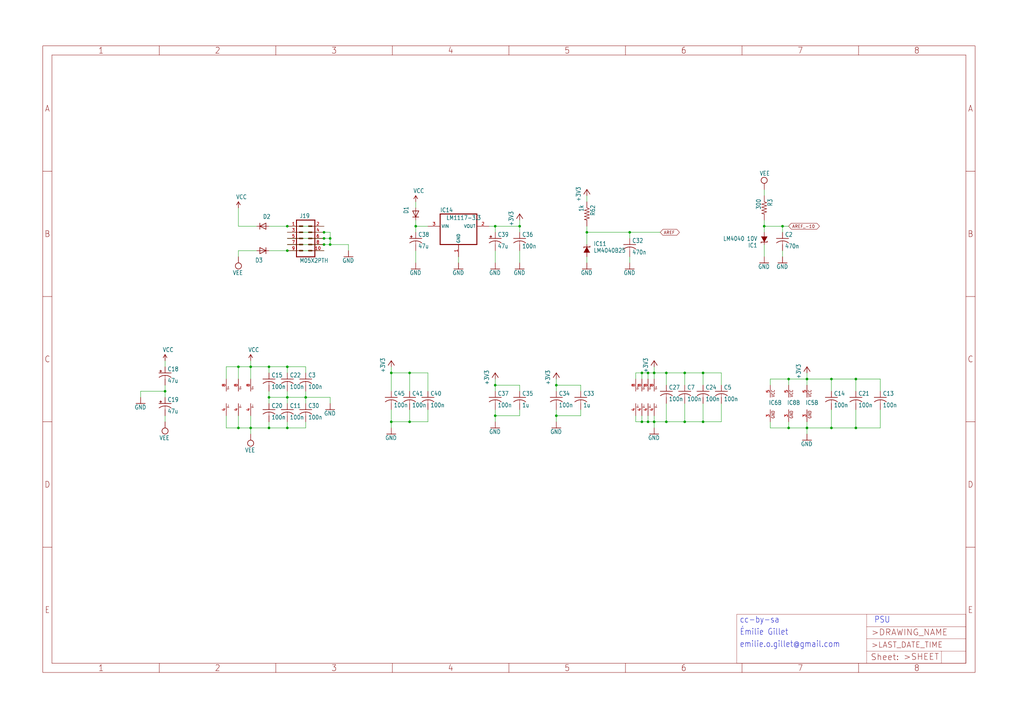
<source format=kicad_sch>
(kicad_sch (version 20230121) (generator eeschema)
  (paper "User" 425.45 299.161)
  (lib_symbols
    (symbol "edges_v20-eagle-import:+3V3" (power)
      (property "Value" "+3V3" (at -2.54 -5.08 90))
      (symbol "+3V3_1_0"
        (polyline (pts (xy 0 0) (xy -1.27 -1.905)) (stroke (width 0.254)))
        (polyline (pts (xy 1.27 -1.905) (xy 0 0)) (stroke (width 0.254)))
        (pin power_in line (at 0 -2.54 90) (length 2.54) (name "+3V3") (number "1"))
      )
    )
    (symbol "edges_v20-eagle-import:741G125DBV"
      (property "Reference" "IC" (at -0.635 -0.635 0))
      (symbol "741G125DBV_1_0"
        (polyline (pts (xy -5.08 -5.08) (xy -5.08 5.08)) (stroke (width 0.4064)))
        (polyline (pts (xy 0 4.826) (xy 0 5.588)) (stroke (width 0.1524)))
        (polyline (pts (xy 5.08 0) (xy -5.08 -5.08)) (stroke (width 0.4064)))
        (polyline (pts (xy 5.08 0) (xy -5.08 5.08)) (stroke (width 0.4064)))
        (circle (center 0 3.81) (radius 1.016) (stroke (width 0.1524)))
        (pin input line (at 0 10.16 270) (length 5.08) (name "OE") (number "1"))
        (pin input line (at -10.16 0 0) (length 5.08) (name "I") (number "2"))
        (pin tri_state line (at 10.16 0 180) (length 5.08) (name "O") (number "4"))
      )
      (symbol "741G125DBV_2_0"
        (text "GND" (at 1.905 -6.35 900) (effects (font (size 1.27 1.0795)) (justify left bottom)))
        (text "VCC" (at 1.905 2.54 900) (effects (font (size 1.27 1.0795)) (justify left bottom)))
        (pin power_in line (at 0 -7.62 90) (length 5.08) (name "GND") (number "3"))
        (pin power_in line (at 0 7.62 270) (length 5.08) (name "VCC") (number "5"))
      )
    )
    (symbol "edges_v20-eagle-import:741G86DBV"
      (property "Reference" "IC" (at -0.635 -0.635 0))
      (symbol "741G86DBV_1_0"
        (arc (start -7.62 -5.08) (mid -5.838 0) (end -7.62 5.08) (stroke (width 0.4064)))
        (arc (start -6.35 -5.08) (mid -4.568 0) (end -6.35 5.08) (stroke (width 0.4064)))
        (arc (start -1.2446 -5.0678) (mid 3.8372 -3.689) (end 7.5439 0.0507) (stroke (width 0.4064)))
        (polyline (pts (xy -7.62 -2.54) (xy -6.35 -2.54)) (stroke (width 0.1524)))
        (polyline (pts (xy -7.62 2.54) (xy -6.35 2.54)) (stroke (width 0.1524)))
        (polyline (pts (xy -1.27 -5.08) (xy -6.35 -5.08)) (stroke (width 0.4064)))
        (polyline (pts (xy -1.27 5.08) (xy -6.35 5.08)) (stroke (width 0.4064)))
        (arc (start 7.5442 -0.0505) (mid 3.8373 3.6892) (end -1.2446 5.0678) (stroke (width 0.4064)))
        (pin input line (at -12.7 2.54 0) (length 5.08) (name "I0") (number "1"))
        (pin input line (at -12.7 -2.54 0) (length 5.08) (name "I1") (number "2"))
        (pin output line (at 12.7 0 180) (length 5.08) (name "O") (number "4"))
      )
      (symbol "741G86DBV_2_0"
        (text "GND" (at 1.905 -6.35 900) (effects (font (size 1.27 1.0795)) (justify left bottom)))
        (text "VCC" (at 1.905 2.54 900) (effects (font (size 1.27 1.0795)) (justify left bottom)))
        (pin power_in line (at 0 -7.62 90) (length 5.08) (name "GND") (number "3"))
        (pin power_in line (at 0 7.62 270) (length 5.08) (name "VCC") (number "5"))
      )
    )
    (symbol "edges_v20-eagle-import:A3L-LOC"
      (symbol "A3L-LOC_0_0"
        (polyline (pts (xy 0 52.07) (xy 3.81 52.07)))
        (polyline (pts (xy 0 104.14) (xy 3.81 104.14)))
        (polyline (pts (xy 0 156.21) (xy 3.81 156.21)))
        (polyline (pts (xy 0 208.28) (xy 3.81 208.28)))
        (polyline (pts (xy 3.81 3.81) (xy 3.81 256.54)))
        (polyline (pts (xy 48.4188 0) (xy 48.4188 3.81)))
        (polyline (pts (xy 48.4188 256.54) (xy 48.4188 260.35)))
        (polyline (pts (xy 96.8375 0) (xy 96.8375 3.81)))
        (polyline (pts (xy 96.8375 256.54) (xy 96.8375 260.35)))
        (polyline (pts (xy 145.2563 0) (xy 145.2563 3.81)))
        (polyline (pts (xy 145.2563 256.54) (xy 145.2563 260.35)))
        (polyline (pts (xy 193.675 0) (xy 193.675 3.81)))
        (polyline (pts (xy 193.675 256.54) (xy 193.675 260.35)))
        (polyline (pts (xy 242.0938 0) (xy 242.0938 3.81)))
        (polyline (pts (xy 242.0938 256.54) (xy 242.0938 260.35)))
        (polyline (pts (xy 290.5125 0) (xy 290.5125 3.81)))
        (polyline (pts (xy 290.5125 256.54) (xy 290.5125 260.35)))
        (polyline (pts (xy 338.9313 0) (xy 338.9313 3.81)))
        (polyline (pts (xy 338.9313 256.54) (xy 338.9313 260.35)))
        (polyline (pts (xy 383.54 3.81) (xy 3.81 3.81)))
        (polyline (pts (xy 383.54 3.81) (xy 383.54 256.54)))
        (polyline (pts (xy 383.54 52.07) (xy 387.35 52.07)))
        (polyline (pts (xy 383.54 104.14) (xy 387.35 104.14)))
        (polyline (pts (xy 383.54 156.21) (xy 387.35 156.21)))
        (polyline (pts (xy 383.54 208.28) (xy 387.35 208.28)))
        (polyline (pts (xy 383.54 256.54) (xy 3.81 256.54)))
        (polyline (pts (xy 0 0) (xy 387.35 0) (xy 387.35 260.35) (xy 0 260.35) (xy 0 0)))
        (text "1" (at 24.2094 1.905 0) (effects (font (size 2.54 2.286))))
        (text "1" (at 24.2094 258.445 0) (effects (font (size 2.54 2.286))))
        (text "2" (at 72.6281 1.905 0) (effects (font (size 2.54 2.286))))
        (text "2" (at 72.6281 258.445 0) (effects (font (size 2.54 2.286))))
        (text "3" (at 121.0469 1.905 0) (effects (font (size 2.54 2.286))))
        (text "3" (at 121.0469 258.445 0) (effects (font (size 2.54 2.286))))
        (text "4" (at 169.4656 1.905 0) (effects (font (size 2.54 2.286))))
        (text "4" (at 169.4656 258.445 0) (effects (font (size 2.54 2.286))))
        (text "5" (at 217.8844 1.905 0) (effects (font (size 2.54 2.286))))
        (text "5" (at 217.8844 258.445 0) (effects (font (size 2.54 2.286))))
        (text "6" (at 266.3031 1.905 0) (effects (font (size 2.54 2.286))))
        (text "6" (at 266.3031 258.445 0) (effects (font (size 2.54 2.286))))
        (text "7" (at 314.7219 1.905 0) (effects (font (size 2.54 2.286))))
        (text "7" (at 314.7219 258.445 0) (effects (font (size 2.54 2.286))))
        (text "8" (at 363.1406 1.905 0) (effects (font (size 2.54 2.286))))
        (text "8" (at 363.1406 258.445 0) (effects (font (size 2.54 2.286))))
        (text "A" (at 1.905 234.315 0) (effects (font (size 2.54 2.286))))
        (text "A" (at 385.445 234.315 0) (effects (font (size 2.54 2.286))))
        (text "B" (at 1.905 182.245 0) (effects (font (size 2.54 2.286))))
        (text "B" (at 385.445 182.245 0) (effects (font (size 2.54 2.286))))
        (text "C" (at 1.905 130.175 0) (effects (font (size 2.54 2.286))))
        (text "C" (at 385.445 130.175 0) (effects (font (size 2.54 2.286))))
        (text "D" (at 1.905 78.105 0) (effects (font (size 2.54 2.286))))
        (text "D" (at 385.445 78.105 0) (effects (font (size 2.54 2.286))))
        (text "E" (at 1.905 26.035 0) (effects (font (size 2.54 2.286))))
        (text "E" (at 385.445 26.035 0) (effects (font (size 2.54 2.286))))
      )
      (symbol "A3L-LOC_1_0"
        (polyline (pts (xy 288.29 3.81) (xy 288.29 24.13)) (stroke (width 0.1016)))
        (polyline (pts (xy 288.29 3.81) (xy 342.265 3.81)) (stroke (width 0.1016)))
        (polyline (pts (xy 288.29 24.13) (xy 342.265 24.13)) (stroke (width 0.1016)))
        (polyline (pts (xy 342.265 3.81) (xy 373.38 3.81)) (stroke (width 0.1016)))
        (polyline (pts (xy 342.265 8.89) (xy 342.265 3.81)) (stroke (width 0.1016)))
        (polyline (pts (xy 342.265 8.89) (xy 342.265 13.97)) (stroke (width 0.1016)))
        (polyline (pts (xy 342.265 13.97) (xy 342.265 19.05)) (stroke (width 0.1016)))
        (polyline (pts (xy 342.265 13.97) (xy 383.54 13.97)) (stroke (width 0.1016)))
        (polyline (pts (xy 342.265 19.05) (xy 342.265 24.13)) (stroke (width 0.1016)))
        (polyline (pts (xy 342.265 19.05) (xy 383.54 19.05)) (stroke (width 0.1016)))
        (polyline (pts (xy 342.265 24.13) (xy 383.54 24.13)) (stroke (width 0.1016)))
        (polyline (pts (xy 373.38 3.81) (xy 373.38 8.89)) (stroke (width 0.1016)))
        (polyline (pts (xy 373.38 3.81) (xy 383.54 3.81)) (stroke (width 0.1016)))
        (polyline (pts (xy 373.38 8.89) (xy 342.265 8.89)) (stroke (width 0.1016)))
        (polyline (pts (xy 373.38 8.89) (xy 383.54 8.89)) (stroke (width 0.1016)))
        (polyline (pts (xy 383.54 3.81) (xy 383.54 8.89)) (stroke (width 0.1016)))
        (polyline (pts (xy 383.54 8.89) (xy 383.54 13.97)) (stroke (width 0.1016)))
        (polyline (pts (xy 383.54 13.97) (xy 383.54 19.05)) (stroke (width 0.1016)))
        (polyline (pts (xy 383.54 19.05) (xy 383.54 24.13)) (stroke (width 0.1016)))
        (text ">DRAWING_NAME" (at 344.17 15.24 0) (effects (font (size 2.54 2.54)) (justify left bottom)))
        (text ">LAST_DATE_TIME" (at 344.17 10.16 0) (effects (font (size 2.286 2.286)) (justify left bottom)))
        (text ">SHEET" (at 357.505 5.08 0) (effects (font (size 2.54 2.54)) (justify left bottom)))
        (text "Sheet:" (at 343.916 4.953 0) (effects (font (size 2.54 2.54)) (justify left bottom)))
      )
    )
    (symbol "edges_v20-eagle-import:C-USC0603"
      (property "Reference" "C" (at 1.016 0.635 0))
      (property "Value" "C-USC0603" (at 1.016 -4.191 0))
      (symbol "C-USC0603_1_0"
        (arc (start 0 -1.0161) (mid -1.302 -1.2303) (end -2.4668 -1.8504) (stroke (width 0.254)))
        (polyline (pts (xy -2.54 0) (xy 2.54 0)) (stroke (width 0.254)))
        (polyline (pts (xy 0 -1.016) (xy 0 -2.54)) (stroke (width 0.1524)))
        (arc (start 2.4892 -1.8542) (mid 1.3158 -1.2195) (end 0 -1) (stroke (width 0.254)))
        (pin passive line (at 0 2.54 270) (length 2.54) (name "1") (number "1"))
        (pin passive line (at 0 -5.08 90) (length 2.54) (name "2") (number "2"))
      )
    )
    (symbol "edges_v20-eagle-import:CPOL-USD"
      (property "Reference" "C" (at 1.016 0.635 0))
      (property "Value" "CPOL-USD" (at 1.016 -4.191 0))
      (symbol "CPOL-USD_1_0"
        (rectangle (start -2.253 0.668) (end -1.364 0.795) (fill (type outline)))
        (rectangle (start -1.872 0.287) (end -1.745 1.176) (fill (type outline)))
        (arc (start 0 -1.0161) (mid -1.3021 -1.2302) (end -2.4669 -1.8504) (stroke (width 0.254)))
        (polyline (pts (xy -2.54 0) (xy 2.54 0)) (stroke (width 0.254)))
        (polyline (pts (xy 0 -1.016) (xy 0 -2.54)) (stroke (width 0.1524)))
        (arc (start 2.4892 -1.8542) (mid 1.3158 -1.2195) (end 0 -1) (stroke (width 0.254)))
        (pin passive line (at 0 2.54 270) (length 2.54) (name "+") (number "+"))
        (pin passive line (at 0 -5.08 90) (length 2.54) (name "-") (number "-"))
      )
    )
    (symbol "edges_v20-eagle-import:DIODE-SOD123"
      (property "Reference" "D" (at 2.54 0.4826 0))
      (property "Value" "DIODE-SOD123" (at 2.54 -2.3114 0))
      (symbol "DIODE-SOD123_1_0"
        (polyline (pts (xy -1.27 -1.27) (xy 1.27 0)) (stroke (width 0.254)))
        (polyline (pts (xy -1.27 1.27) (xy -1.27 -1.27)) (stroke (width 0.254)))
        (polyline (pts (xy 1.27 0) (xy -1.27 1.27)) (stroke (width 0.254)))
        (polyline (pts (xy 1.27 0) (xy 1.27 -1.27)) (stroke (width 0.254)))
        (polyline (pts (xy 1.27 1.27) (xy 1.27 0)) (stroke (width 0.254)))
        (pin passive line (at -2.54 0 0) (length 2.54) (name "A") (number "A"))
        (pin passive line (at 2.54 0 180) (length 2.54) (name "C") (number "C"))
      )
    )
    (symbol "edges_v20-eagle-import:GND" (power)
      (property "Value" "GND" (at -2.54 -2.54 0))
      (symbol "GND_1_0"
        (polyline (pts (xy -1.905 0) (xy 1.905 0)) (stroke (width 0.254)))
        (pin power_in line (at 0 2.54 270) (length 2.54) (name "GND") (number "1"))
      )
    )
    (symbol "edges_v20-eagle-import:LM4041DBZ"
      (property "Reference" "IC" (at 2.794 1.905 0))
      (property "Value" "LM4041DBZ" (at 2.794 -0.889 0))
      (symbol "LM4041DBZ_1_0"
        (polyline (pts (xy -1.27 1.524) (xy -1.27 1.143)) (stroke (width 0.254)))
        (polyline (pts (xy 0 1.524) (xy -1.27 1.524)) (stroke (width 0.254)))
        (polyline (pts (xy 1.27 1.524) (xy 0 1.524)) (stroke (width 0.254)))
        (polyline (pts (xy 1.27 1.905) (xy 1.27 1.524)) (stroke (width 0.254)))
        (polyline (pts (xy 0 1.524) (xy -1.27 -0.762) (xy 1.27 -0.762)) (fill (type outline)))
        (pin passive line (at 0 2.54 270) (length 2.54) (name "C") (number "1"))
        (pin passive line (at 0 -2.54 90) (length 2.54) (name "A") (number "2"))
      )
    )
    (symbol "edges_v20-eagle-import:M05X2PTH"
      (property "Reference" "JP" (at -2.54 8.382 0))
      (property "Value" "M05X2PTH" (at -2.54 -10.16 0))
      (symbol "M05X2PTH_1_0"
        (polyline (pts (xy -3.81 7.62) (xy -3.81 -7.62)) (stroke (width 0.4064)))
        (polyline (pts (xy -3.81 7.62) (xy 3.81 7.62)) (stroke (width 0.4064)))
        (polyline (pts (xy -1.27 -5.08) (xy -2.54 -5.08)) (stroke (width 0.6096)))
        (polyline (pts (xy -1.27 -2.54) (xy -2.54 -2.54)) (stroke (width 0.6096)))
        (polyline (pts (xy -1.27 0) (xy -2.54 0)) (stroke (width 0.6096)))
        (polyline (pts (xy -1.27 2.54) (xy -2.54 2.54)) (stroke (width 0.6096)))
        (polyline (pts (xy -1.27 5.08) (xy -2.54 5.08)) (stroke (width 0.6096)))
        (polyline (pts (xy 1.27 -5.08) (xy 2.54 -5.08)) (stroke (width 0.6096)))
        (polyline (pts (xy 1.27 -2.54) (xy 2.54 -2.54)) (stroke (width 0.6096)))
        (polyline (pts (xy 1.27 0) (xy 2.54 0)) (stroke (width 0.6096)))
        (polyline (pts (xy 1.27 2.54) (xy 2.54 2.54)) (stroke (width 0.6096)))
        (polyline (pts (xy 1.27 5.08) (xy 2.54 5.08)) (stroke (width 0.6096)))
        (polyline (pts (xy 3.81 -7.62) (xy -3.81 -7.62)) (stroke (width 0.4064)))
        (polyline (pts (xy 3.81 -7.62) (xy 3.81 7.62)) (stroke (width 0.4064)))
        (pin passive line (at -7.62 5.08 0) (length 5.08) (name "1") (number "1"))
        (pin passive line (at 7.62 -5.08 180) (length 5.08) (name "10") (number "10"))
        (pin passive line (at 7.62 5.08 180) (length 5.08) (name "2") (number "2"))
        (pin passive line (at -7.62 2.54 0) (length 5.08) (name "3") (number "3"))
        (pin passive line (at 7.62 2.54 180) (length 5.08) (name "4") (number "4"))
        (pin passive line (at -7.62 0 0) (length 5.08) (name "5") (number "5"))
        (pin passive line (at 7.62 0 180) (length 5.08) (name "6") (number "6"))
        (pin passive line (at -7.62 -2.54 0) (length 5.08) (name "7") (number "7"))
        (pin passive line (at 7.62 -2.54 180) (length 5.08) (name "8") (number "8"))
        (pin passive line (at -7.62 -5.08 0) (length 5.08) (name "9") (number "9"))
      )
    )
    (symbol "edges_v20-eagle-import:R-US_R0603"
      (property "Reference" "R" (at -3.81 1.4986 0))
      (property "Value" "R-US_R0603" (at -3.81 -3.302 0))
      (symbol "R-US_R0603_1_0"
        (polyline (pts (xy -2.54 0) (xy -2.159 1.016)) (stroke (width 0.2032)))
        (polyline (pts (xy -2.159 1.016) (xy -1.524 -1.016)) (stroke (width 0.2032)))
        (polyline (pts (xy -1.524 -1.016) (xy -0.889 1.016)) (stroke (width 0.2032)))
        (polyline (pts (xy -0.889 1.016) (xy -0.254 -1.016)) (stroke (width 0.2032)))
        (polyline (pts (xy -0.254 -1.016) (xy 0.381 1.016)) (stroke (width 0.2032)))
        (polyline (pts (xy 0.381 1.016) (xy 1.016 -1.016)) (stroke (width 0.2032)))
        (polyline (pts (xy 1.016 -1.016) (xy 1.651 1.016)) (stroke (width 0.2032)))
        (polyline (pts (xy 1.651 1.016) (xy 2.286 -1.016)) (stroke (width 0.2032)))
        (polyline (pts (xy 2.286 -1.016) (xy 2.54 0)) (stroke (width 0.2032)))
        (pin passive line (at -5.08 0 0) (length 2.54) (name "1") (number "1"))
        (pin passive line (at 5.08 0 180) (length 2.54) (name "2") (number "2"))
      )
    )
    (symbol "edges_v20-eagle-import:REG1117"
      (property "Reference" "IC" (at -7.62 5.715 0))
      (property "Value" "REG1117" (at -5.08 2.54 0))
      (symbol "REG1117_1_0"
        (polyline (pts (xy -7.62 -7.62) (xy 7.62 -7.62)) (stroke (width 0.4064)))
        (polyline (pts (xy -7.62 5.08) (xy -7.62 -7.62)) (stroke (width 0.4064)))
        (polyline (pts (xy 7.62 -7.62) (xy 7.62 5.08)) (stroke (width 0.4064)))
        (polyline (pts (xy 7.62 5.08) (xy -7.62 5.08)) (stroke (width 0.4064)))
        (pin power_in line (at 0 -12.7 90) (length 5.08) (name "GND") (number "1"))
        (pin output line (at 12.7 0 180) (length 5.08) (name "VOUT") (number "2"))
        (pin input line (at -12.7 0 0) (length 5.08) (name "VIN") (number "3"))
      )
    )
    (symbol "edges_v20-eagle-import:TL072D"
      (symbol "TL072D_1_0"
        (polyline (pts (xy -5.08 -5.08) (xy 5.08 0)) (stroke (width 0.4064)))
        (polyline (pts (xy -5.08 5.08) (xy -5.08 -5.08)) (stroke (width 0.4064)))
        (polyline (pts (xy -4.445 -2.54) (xy -3.175 -2.54)) (stroke (width 0.1524)))
        (polyline (pts (xy -4.445 2.54) (xy -3.175 2.54)) (stroke (width 0.1524)))
        (polyline (pts (xy -3.81 3.175) (xy -3.81 1.905)) (stroke (width 0.1524)))
        (polyline (pts (xy 5.08 0) (xy -5.08 5.08)) (stroke (width 0.4064)))
        (pin output line (at 7.62 0 180) (length 2.54) (name "OUT") (number "1"))
        (pin input line (at -7.62 -2.54 0) (length 2.54) (name "-IN") (number "2"))
        (pin input line (at -7.62 2.54 0) (length 2.54) (name "+IN") (number "3"))
      )
      (symbol "TL072D_2_0"
        (polyline (pts (xy -5.08 -5.08) (xy 5.08 0)) (stroke (width 0.4064)))
        (polyline (pts (xy -5.08 5.08) (xy -5.08 -5.08)) (stroke (width 0.4064)))
        (polyline (pts (xy -4.445 -2.54) (xy -3.175 -2.54)) (stroke (width 0.1524)))
        (polyline (pts (xy -4.445 2.54) (xy -3.175 2.54)) (stroke (width 0.1524)))
        (polyline (pts (xy -3.81 3.175) (xy -3.81 1.905)) (stroke (width 0.1524)))
        (polyline (pts (xy 5.08 0) (xy -5.08 5.08)) (stroke (width 0.4064)))
        (pin input line (at -7.62 2.54 0) (length 2.54) (name "+IN") (number "5"))
        (pin input line (at -7.62 -2.54 0) (length 2.54) (name "-IN") (number "6"))
        (pin output line (at 7.62 0 180) (length 2.54) (name "OUT") (number "7"))
      )
      (symbol "TL072D_3_0"
        (text "V+" (at 1.27 3.175 900) (effects (font (size 0.8128 0.6908)) (justify left bottom)))
        (text "V-" (at 1.27 -4.445 900) (effects (font (size 0.8128 0.6908)) (justify left bottom)))
        (pin power_in line (at 0 -7.62 90) (length 5.08) (name "V-") (number "4"))
        (pin power_in line (at 0 7.62 270) (length 5.08) (name "V+") (number "8"))
      )
    )
    (symbol "edges_v20-eagle-import:VCC" (power)
      (property "Value" "VCC" (at -1.016 3.556 0))
      (symbol "VCC_1_0"
        (polyline (pts (xy 0 2.54) (xy -0.762 1.27)) (stroke (width 0.254)))
        (polyline (pts (xy 0.762 1.27) (xy 0 2.54)) (stroke (width 0.254)))
        (pin power_in line (at 0 0 90) (length 2.54) (name "VCC") (number "1"))
      )
    )
    (symbol "edges_v20-eagle-import:VEE" (power)
      (property "Value" "VEE" (at -1.905 3.175 0))
      (symbol "VEE_1_0"
        (circle (center 0 1.27) (radius 1.27) (stroke (width 0.254)))
        (pin power_in line (at 0 -2.54 90) (length 2.54) (name "VEE") (number "1"))
      )
    )
  )
  (junction (at 134.62 101.6))
  (junction (at 355.6 157.48))
  (junction (at 215.9 93.98))
  (junction (at 119.38 104.14))
  (junction (at 355.6 177.8))
  (junction (at 172.72 93.98))
  (junction (at 111.76 165.1))
  (junction (at 269.24 175.26))
  (junction (at 119.38 177.8))
  (junction (at 317.5 93.98))
  (junction (at 345.44 157.48))
  (junction (at 335.28 157.48))
  (junction (at 266.7 175.26))
  (junction (at 127 165.1))
  (junction (at 231.14 172.72))
  (junction (at 137.16 101.6))
  (junction (at 134.62 96.52))
  (junction (at 99.06 177.8))
  (junction (at 205.74 172.72))
  (junction (at 261.62 96.52))
  (junction (at 119.38 152.4))
  (junction (at 104.14 152.4))
  (junction (at 162.56 175.26))
  (junction (at 68.58 162.56))
  (junction (at 119.38 93.98))
  (junction (at 137.16 99.06))
  (junction (at 327.66 157.48))
  (junction (at 162.56 154.94))
  (junction (at 276.86 175.26))
  (junction (at 269.24 154.94))
  (junction (at 271.78 154.94))
  (junction (at 271.78 175.26))
  (junction (at 292.1 154.94))
  (junction (at 205.74 93.98))
  (junction (at 345.44 177.8))
  (junction (at 205.74 160.02))
  (junction (at 134.62 99.06))
  (junction (at 284.48 175.26))
  (junction (at 284.48 154.94))
  (junction (at 327.66 177.8))
  (junction (at 119.38 165.1))
  (junction (at 266.7 154.94))
  (junction (at 276.86 154.94))
  (junction (at 104.14 177.8))
  (junction (at 170.18 154.94))
  (junction (at 111.76 177.8))
  (junction (at 170.18 175.26))
  (junction (at 335.28 177.8))
  (junction (at 243.84 96.52))
  (junction (at 111.76 152.4))
  (junction (at 99.06 152.4))
  (junction (at 325.12 93.98))
  (junction (at 292.1 175.26))
  (junction (at 231.14 160.02))
  (wire (pts (xy 276.86 175.26) (xy 284.48 175.26)))
  (wire (pts (xy 119.38 165.1) (xy 119.38 167.64)))
  (wire (pts (xy 127 152.4) (xy 127 154.94)))
  (wire (pts (xy 299.72 175.26) (xy 299.72 167.64)))
  (wire (pts (xy 177.8 170.18) (xy 177.8 175.26)))
  (wire (pts (xy 170.18 154.94) (xy 177.8 154.94)))
  (wire (pts (xy 320.04 160.02) (xy 320.04 157.48)))
  (wire (pts (xy 292.1 154.94) (xy 292.1 160.02)))
  (wire (pts (xy 111.76 177.8) (xy 119.38 177.8)))
  (wire (pts (xy 137.16 165.1) (xy 137.16 167.64)))
  (wire (pts (xy 134.62 99.06) (xy 137.16 99.06)))
  (wire (pts (xy 205.74 160.02) (xy 215.9 160.02)))
  (wire (pts (xy 127 165.1) (xy 127 167.64)))
  (wire (pts (xy 104.14 157.48) (xy 104.14 152.4)))
  (wire (pts (xy 99.06 152.4) (xy 104.14 152.4)))
  (wire (pts (xy 317.5 81.28) (xy 317.5 78.74)))
  (wire (pts (xy 271.78 154.94) (xy 269.24 154.94)))
  (wire (pts (xy 271.78 154.94) (xy 271.78 157.48)))
  (wire (pts (xy 93.98 172.72) (xy 93.98 177.8)))
  (wire (pts (xy 111.76 165.1) (xy 119.38 165.1)))
  (wire (pts (xy 243.84 96.52) (xy 243.84 101.6)))
  (wire (pts (xy 271.78 172.72) (xy 271.78 175.26)))
  (wire (pts (xy 345.44 170.18) (xy 345.44 177.8)))
  (wire (pts (xy 365.76 177.8) (xy 365.76 170.18)))
  (wire (pts (xy 284.48 154.94) (xy 292.1 154.94)))
  (wire (pts (xy 68.58 162.56) (xy 58.42 162.56)))
  (wire (pts (xy 119.38 165.1) (xy 127 165.1)))
  (wire (pts (xy 119.38 96.52) (xy 134.62 96.52)))
  (wire (pts (xy 335.28 175.26) (xy 335.28 177.8)))
  (wire (pts (xy 170.18 175.26) (xy 177.8 175.26)))
  (wire (pts (xy 170.18 175.26) (xy 170.18 170.18)))
  (wire (pts (xy 266.7 157.48) (xy 266.7 154.94)))
  (wire (pts (xy 231.14 162.56) (xy 231.14 160.02)))
  (wire (pts (xy 264.16 154.94) (xy 266.7 154.94)))
  (wire (pts (xy 205.74 96.52) (xy 205.74 93.98)))
  (wire (pts (xy 190.5 106.68) (xy 190.5 109.22)))
  (wire (pts (xy 119.38 177.8) (xy 127 177.8)))
  (wire (pts (xy 241.3 172.72) (xy 241.3 170.18)))
  (wire (pts (xy 320.04 177.8) (xy 327.66 177.8)))
  (wire (pts (xy 111.76 165.1) (xy 111.76 167.64)))
  (wire (pts (xy 261.62 106.68) (xy 261.62 109.22)))
  (wire (pts (xy 203.2 93.98) (xy 205.74 93.98)))
  (wire (pts (xy 119.38 154.94) (xy 119.38 152.4)))
  (wire (pts (xy 119.38 93.98) (xy 134.62 93.98)))
  (wire (pts (xy 243.84 93.98) (xy 243.84 96.52)))
  (wire (pts (xy 317.5 96.52) (xy 317.5 93.98)))
  (wire (pts (xy 243.84 106.68) (xy 243.84 109.22)))
  (wire (pts (xy 172.72 86.36) (xy 172.72 83.82)))
  (wire (pts (xy 231.14 160.02) (xy 231.14 157.48)))
  (wire (pts (xy 162.56 154.94) (xy 170.18 154.94)))
  (wire (pts (xy 137.16 165.1) (xy 127 165.1)))
  (wire (pts (xy 320.04 157.48) (xy 327.66 157.48)))
  (wire (pts (xy 335.28 154.94) (xy 335.28 157.48)))
  (wire (pts (xy 111.76 93.98) (xy 119.38 93.98)))
  (wire (pts (xy 137.16 96.52) (xy 137.16 99.06)))
  (wire (pts (xy 205.74 172.72) (xy 215.9 172.72)))
  (wire (pts (xy 99.06 93.98) (xy 99.06 86.36)))
  (wire (pts (xy 104.14 152.4) (xy 111.76 152.4)))
  (wire (pts (xy 144.78 101.6) (xy 144.78 104.14)))
  (wire (pts (xy 119.38 101.6) (xy 134.62 101.6)))
  (wire (pts (xy 327.66 157.48) (xy 327.66 160.02)))
  (wire (pts (xy 111.76 177.8) (xy 111.76 175.26)))
  (wire (pts (xy 325.12 104.14) (xy 325.12 106.68)))
  (wire (pts (xy 345.44 162.56) (xy 345.44 157.48)))
  (wire (pts (xy 172.72 91.44) (xy 172.72 93.98)))
  (wire (pts (xy 99.06 177.8) (xy 104.14 177.8)))
  (wire (pts (xy 162.56 175.26) (xy 162.56 177.8)))
  (wire (pts (xy 345.44 177.8) (xy 335.28 177.8)))
  (wire (pts (xy 162.56 175.26) (xy 170.18 175.26)))
  (wire (pts (xy 231.14 172.72) (xy 241.3 172.72)))
  (wire (pts (xy 215.9 91.44) (xy 215.9 93.98)))
  (wire (pts (xy 266.7 175.26) (xy 269.24 175.26)))
  (wire (pts (xy 68.58 152.4) (xy 68.58 149.86)))
  (wire (pts (xy 104.14 177.8) (xy 111.76 177.8)))
  (wire (pts (xy 264.16 172.72) (xy 264.16 175.26)))
  (wire (pts (xy 93.98 152.4) (xy 99.06 152.4)))
  (wire (pts (xy 215.9 104.14) (xy 215.9 109.22)))
  (wire (pts (xy 104.14 180.34) (xy 104.14 177.8)))
  (wire (pts (xy 261.62 96.52) (xy 274.32 96.52)))
  (wire (pts (xy 317.5 93.98) (xy 325.12 93.98)))
  (wire (pts (xy 292.1 175.26) (xy 299.72 175.26)))
  (wire (pts (xy 355.6 177.8) (xy 365.76 177.8)))
  (wire (pts (xy 99.06 157.48) (xy 99.06 152.4)))
  (wire (pts (xy 119.38 177.8) (xy 119.38 175.26)))
  (wire (pts (xy 276.86 154.94) (xy 284.48 154.94)))
  (wire (pts (xy 177.8 162.56) (xy 177.8 154.94)))
  (wire (pts (xy 111.76 152.4) (xy 111.76 154.94)))
  (wire (pts (xy 264.16 157.48) (xy 264.16 154.94)))
  (wire (pts (xy 243.84 81.28) (xy 243.84 83.82)))
  (wire (pts (xy 276.86 167.64) (xy 276.86 175.26)))
  (wire (pts (xy 137.16 101.6) (xy 144.78 101.6)))
  (wire (pts (xy 261.62 99.06) (xy 261.62 96.52)))
  (wire (pts (xy 284.48 175.26) (xy 292.1 175.26)))
  (wire (pts (xy 284.48 154.94) (xy 284.48 160.02)))
  (wire (pts (xy 335.28 177.8) (xy 327.66 177.8)))
  (wire (pts (xy 317.5 101.6) (xy 317.5 106.68)))
  (wire (pts (xy 327.66 177.8) (xy 327.66 175.26)))
  (wire (pts (xy 205.74 104.14) (xy 205.74 109.22)))
  (wire (pts (xy 264.16 175.26) (xy 266.7 175.26)))
  (wire (pts (xy 106.68 93.98) (xy 99.06 93.98)))
  (wire (pts (xy 111.76 162.56) (xy 111.76 165.1)))
  (wire (pts (xy 345.44 157.48) (xy 355.6 157.48)))
  (wire (pts (xy 99.06 104.14) (xy 99.06 106.68)))
  (wire (pts (xy 162.56 154.94) (xy 162.56 152.4)))
  (wire (pts (xy 68.58 160.02) (xy 68.58 162.56)))
  (wire (pts (xy 162.56 170.18) (xy 162.56 175.26)))
  (wire (pts (xy 327.66 157.48) (xy 335.28 157.48)))
  (wire (pts (xy 205.74 172.72) (xy 205.74 175.26)))
  (wire (pts (xy 119.38 99.06) (xy 134.62 99.06)))
  (wire (pts (xy 231.14 160.02) (xy 241.3 160.02)))
  (wire (pts (xy 127 162.56) (xy 127 165.1)))
  (wire (pts (xy 292.1 167.64) (xy 292.1 175.26)))
  (wire (pts (xy 172.72 93.98) (xy 177.8 93.98)))
  (wire (pts (xy 241.3 160.02) (xy 241.3 162.56)))
  (wire (pts (xy 317.5 93.98) (xy 317.5 91.44)))
  (wire (pts (xy 111.76 104.14) (xy 119.38 104.14)))
  (wire (pts (xy 99.06 172.72) (xy 99.06 177.8)))
  (wire (pts (xy 271.78 175.26) (xy 271.78 177.8)))
  (wire (pts (xy 119.38 162.56) (xy 119.38 165.1)))
  (wire (pts (xy 93.98 157.48) (xy 93.98 152.4)))
  (wire (pts (xy 345.44 177.8) (xy 355.6 177.8)))
  (wire (pts (xy 68.58 162.56) (xy 68.58 165.1)))
  (wire (pts (xy 266.7 172.72) (xy 266.7 175.26)))
  (wire (pts (xy 127 177.8) (xy 127 175.26)))
  (wire (pts (xy 299.72 154.94) (xy 299.72 160.02)))
  (wire (pts (xy 355.6 157.48) (xy 355.6 162.56)))
  (wire (pts (xy 205.74 157.48) (xy 205.74 160.02)))
  (wire (pts (xy 205.74 160.02) (xy 205.74 162.56)))
  (wire (pts (xy 170.18 154.94) (xy 170.18 162.56)))
  (wire (pts (xy 335.28 157.48) (xy 335.28 160.02)))
  (wire (pts (xy 276.86 154.94) (xy 276.86 160.02)))
  (wire (pts (xy 355.6 157.48) (xy 365.76 157.48)))
  (wire (pts (xy 284.48 175.26) (xy 284.48 167.64)))
  (wire (pts (xy 365.76 157.48) (xy 365.76 162.56)))
  (wire (pts (xy 104.14 172.72) (xy 104.14 177.8)))
  (wire (pts (xy 215.9 160.02) (xy 215.9 162.56)))
  (wire (pts (xy 261.62 96.52) (xy 243.84 96.52)))
  (wire (pts (xy 172.72 96.52) (xy 172.72 93.98)))
  (wire (pts (xy 134.62 101.6) (xy 137.16 101.6)))
  (wire (pts (xy 355.6 177.8) (xy 355.6 170.18)))
  (wire (pts (xy 271.78 154.94) (xy 276.86 154.94)))
  (wire (pts (xy 99.06 104.14) (xy 106.68 104.14)))
  (wire (pts (xy 134.62 96.52) (xy 137.16 96.52)))
  (wire (pts (xy 205.74 170.18) (xy 205.74 172.72)))
  (wire (pts (xy 215.9 172.72) (xy 215.9 170.18)))
  (wire (pts (xy 345.44 157.48) (xy 335.28 157.48)))
  (wire (pts (xy 111.76 152.4) (xy 119.38 152.4)))
  (wire (pts (xy 68.58 172.72) (xy 68.58 175.26)))
  (wire (pts (xy 93.98 177.8) (xy 99.06 177.8)))
  (wire (pts (xy 104.14 149.86) (xy 104.14 152.4)))
  (wire (pts (xy 320.04 175.26) (xy 320.04 177.8)))
  (wire (pts (xy 172.72 104.14) (xy 172.72 109.22)))
  (wire (pts (xy 215.9 93.98) (xy 215.9 96.52)))
  (wire (pts (xy 205.74 93.98) (xy 215.9 93.98)))
  (wire (pts (xy 231.14 170.18) (xy 231.14 172.72)))
  (wire (pts (xy 269.24 172.72) (xy 269.24 175.26)))
  (wire (pts (xy 325.12 93.98) (xy 327.66 93.98)))
  (wire (pts (xy 266.7 154.94) (xy 269.24 154.94)))
  (wire (pts (xy 119.38 104.14) (xy 134.62 104.14)))
  (wire (pts (xy 58.42 162.56) (xy 58.42 165.1)))
  (wire (pts (xy 325.12 93.98) (xy 325.12 96.52)))
  (wire (pts (xy 335.28 177.8) (xy 335.28 180.34)))
  (wire (pts (xy 162.56 162.56) (xy 162.56 154.94)))
  (wire (pts (xy 269.24 175.26) (xy 271.78 175.26)))
  (wire (pts (xy 269.24 154.94) (xy 269.24 157.48)))
  (wire (pts (xy 271.78 152.4) (xy 271.78 154.94)))
  (wire (pts (xy 276.86 175.26) (xy 271.78 175.26)))
  (wire (pts (xy 231.14 172.72) (xy 231.14 175.26)))
  (wire (pts (xy 137.16 99.06) (xy 137.16 101.6)))
  (wire (pts (xy 292.1 154.94) (xy 299.72 154.94)))
  (wire (pts (xy 119.38 152.4) (xy 127 152.4)))
  (text "Émilie Gillet" (at 307.34 264.16 0) (effects (font (size 2.54 2.159)) (justify left bottom)))
  (text "cc-by-sa" (at 307.34 259.08 0) (effects (font (size 2.54 2.159)) (justify left bottom)))
  (text "emilie.o.gillet@gmail.com" (at 307.34 269.24 0) (effects (font (size 2.54 2.159)) (justify left bottom)))
  (text "PSU" (at 363.22 259.08 0) (effects (font (size 2.54 2.159)) (justify left bottom)))
  (global_label "AREF_-10" (shape bidirectional) (at 327.66 93.98 0) (effects (font (size 1.2446 1.2446))) (property "Intersheetrefs" "${INTERSHEET_REFS}" (effects hide)))
  (global_label "AREF" (shape bidirectional) (at 274.32 96.52 0) (effects (font (size 1.2446 1.2446))) (property "Intersheetrefs" "${INTERSHEET_REFS}" (effects hide)))
  (symbol (lib_id "edges_v20-eagle-import:GND") (at 137.16 170.18 0) (unit 1)
    (property "Reference" "#GND38" (effects hide))
    (property "Value" "GND" (at 134.62 172.72 0) (effects (font (size 1.778 1.5113)) (justify left bottom)))
    (property "Footprint" "edges_v20:" (effects hide))
  )
  (symbol (lib_id "edges_v20-eagle-import:GND") (at 243.84 111.76 0) (unit 1)
    (property "Reference" "#GND40" (effects hide))
    (property "Value" "GND" (at 241.3 114.3 0) (effects (font (size 1.778 1.5113)) (justify left bottom)))
    (property "Footprint" "edges_v20:" (effects hide))
  )
  (symbol (lib_id "edges_v20-eagle-import:C-USC0603") (at 127 157.48 0) (unit 1)
    (property "Reference" "C3" (at 128.016 156.845 0) (effects (font (size 1.778 1.5113)) (justify left bottom)))
    (property "Value" "100n" (at 128.016 161.671 0) (effects (font (size 1.778 1.5113)) (justify left bottom)))
    (property "Footprint" "edges_v20:C0603" (effects hide))
  )
  (symbol (lib_id "edges_v20-eagle-import:C-USC0603") (at 215.9 99.06 0) (unit 1)
    (property "Reference" "C36" (at 216.916 98.425 0) (effects (font (size 1.778 1.5113)) (justify left bottom)))
    (property "Value" "100n" (at 216.916 103.251 0) (effects (font (size 1.778 1.5113)) (justify left bottom)))
    (property "Footprint" "edges_v20:C0603" (effects hide))
  )
  (symbol (lib_id "edges_v20-eagle-import:C-USC0603") (at 299.72 162.56 0) (unit 1)
    (property "Reference" "C5" (at 300.736 161.925 0) (effects (font (size 1.778 1.5113)) (justify left bottom)))
    (property "Value" "100n" (at 300.736 166.751 0) (effects (font (size 1.778 1.5113)) (justify left bottom)))
    (property "Footprint" "edges_v20:C0603" (effects hide))
  )
  (symbol (lib_id "edges_v20-eagle-import:C-USC0603") (at 292.1 162.56 0) (unit 1)
    (property "Reference" "C24" (at 293.116 161.925 0) (effects (font (size 1.778 1.5113)) (justify left bottom)))
    (property "Value" "100n" (at 293.116 166.751 0) (effects (font (size 1.778 1.5113)) (justify left bottom)))
    (property "Footprint" "edges_v20:C0603" (effects hide))
  )
  (symbol (lib_id "edges_v20-eagle-import:DIODE-SOD123") (at 172.72 88.9 270) (unit 1)
    (property "Reference" "D1" (at 169.6974 88.9 0) (effects (font (size 1.778 1.5113)) (justify right top)))
    (property "Value" "1N5819HW" (effects hide))
    (property "Footprint" "edges_v20:SOD123" (effects hide))
  )
  (symbol (lib_id "edges_v20-eagle-import:DIODE-SOD123") (at 109.22 93.98 180) (unit 1)
    (property "Reference" "D2" (at 109.22 90.9574 0) (effects (font (size 1.778 1.5113)) (justify right top)))
    (property "Value" "1N5819HW" (effects hide))
    (property "Footprint" "edges_v20:SOD123" (effects hide))
  )
  (symbol (lib_id "edges_v20-eagle-import:C-USC0603") (at 215.9 165.1 0) (unit 1)
    (property "Reference" "C35" (at 216.916 164.465 0) (effects (font (size 1.778 1.5113)) (justify left bottom)))
    (property "Value" "1u" (at 216.916 169.291 0) (effects (font (size 1.778 1.5113)) (justify left bottom)))
    (property "Footprint" "edges_v20:C0603" (effects hide))
  )
  (symbol (lib_id "edges_v20-eagle-import:GND") (at 317.5 109.22 0) (unit 1)
    (property "Reference" "#GND82" (effects hide))
    (property "Value" "GND" (at 314.96 111.76 0) (effects (font (size 1.778 1.5113)) (justify left bottom)))
    (property "Footprint" "edges_v20:" (effects hide))
  )
  (symbol (lib_id "edges_v20-eagle-import:R-US_R0603") (at 243.84 88.9 270) (unit 1)
    (property "Reference" "R62" (at 245.3386 85.09 0) (effects (font (size 1.778 1.5113)) (justify left bottom)))
    (property "Value" "1k" (at 240.538 85.09 0) (effects (font (size 1.778 1.5113)) (justify left bottom)))
    (property "Footprint" "edges_v20:R0603" (effects hide))
  )
  (symbol (lib_id "edges_v20-eagle-import:741G125DBV") (at 335.28 167.64 0) (unit 2)
    (property "Reference" "IC5" (at 334.645 168.275 0) (effects (font (size 1.778 1.5113)) (justify left bottom)))
    (property "Value" "741G125DBV" (effects hide))
    (property "Footprint" "edges_v20:SOT23-5" (effects hide))
  )
  (symbol (lib_id "edges_v20-eagle-import:LM4041DBZ") (at 317.5 99.06 180) (unit 1)
    (property "Reference" "IC1" (at 314.706 100.965 0) (effects (font (size 1.778 1.5113)) (justify left bottom)))
    (property "Value" "LM4040 10V" (at 314.706 98.171 0) (effects (font (size 1.778 1.5113)) (justify left bottom)))
    (property "Footprint" "edges_v20:DBZ_R-PDSO-G3" (effects hide))
  )
  (symbol (lib_id "edges_v20-eagle-import:+3V3") (at 215.9 88.9 0) (unit 1)
    (property "Reference" "#+3V6" (effects hide))
    (property "Value" "+3V3" (at 213.36 93.98 90) (effects (font (size 1.778 1.5113)) (justify left bottom)))
    (property "Footprint" "edges_v20:" (effects hide))
  )
  (symbol (lib_id "edges_v20-eagle-import:C-USC0603") (at 276.86 162.56 0) (unit 1)
    (property "Reference" "C27" (at 277.876 161.925 0) (effects (font (size 1.778 1.5113)) (justify left bottom)))
    (property "Value" "100n" (at 277.876 166.751 0) (effects (font (size 1.778 1.5113)) (justify left bottom)))
    (property "Footprint" "edges_v20:C0603" (effects hide))
  )
  (symbol (lib_id "edges_v20-eagle-import:VEE") (at 99.06 109.22 180) (unit 1)
    (property "Reference" "#SUPPLY1" (effects hide))
    (property "Value" "VEE" (at 100.965 112.395 0) (effects (font (size 1.778 1.5113)) (justify left bottom)))
    (property "Footprint" "edges_v20:" (effects hide))
  )
  (symbol (lib_id "edges_v20-eagle-import:C-USC0603") (at 365.76 165.1 0) (unit 1)
    (property "Reference" "C13" (at 366.776 164.465 0) (effects (font (size 1.778 1.5113)) (justify left bottom)))
    (property "Value" "100n" (at 366.776 169.291 0) (effects (font (size 1.778 1.5113)) (justify left bottom)))
    (property "Footprint" "edges_v20:C0603" (effects hide))
  )
  (symbol (lib_id "edges_v20-eagle-import:C-USC0603") (at 170.18 165.1 0) (unit 1)
    (property "Reference" "C41" (at 171.196 164.465 0) (effects (font (size 1.778 1.5113)) (justify left bottom)))
    (property "Value" "100n" (at 171.196 169.291 0) (effects (font (size 1.778 1.5113)) (justify left bottom)))
    (property "Footprint" "edges_v20:C0603" (effects hide))
  )
  (symbol (lib_id "edges_v20-eagle-import:GND") (at 205.74 111.76 0) (unit 1)
    (property "Reference" "#GND35" (effects hide))
    (property "Value" "GND" (at 203.2 114.3 0) (effects (font (size 1.778 1.5113)) (justify left bottom)))
    (property "Footprint" "edges_v20:" (effects hide))
  )
  (symbol (lib_id "edges_v20-eagle-import:+3V3") (at 162.56 149.86 0) (unit 1)
    (property "Reference" "#+3V8" (effects hide))
    (property "Value" "+3V3" (at 160.02 154.94 90) (effects (font (size 1.778 1.5113)) (justify left bottom)))
    (property "Footprint" "edges_v20:" (effects hide))
  )
  (symbol (lib_id "edges_v20-eagle-import:TL072D") (at 104.14 165.1 0) (unit 3)
    (property "Reference" "IC9" (effects hide))
    (property "Value" "TL072D" (effects hide))
    (property "Footprint" "edges_v20:SO08" (effects hide))
  )
  (symbol (lib_id "edges_v20-eagle-import:C-USC0603") (at 111.76 157.48 0) (unit 1)
    (property "Reference" "C15" (at 112.776 156.845 0) (effects (font (size 1.778 1.5113)) (justify left bottom)))
    (property "Value" "100n" (at 112.776 161.671 0) (effects (font (size 1.778 1.5113)) (justify left bottom)))
    (property "Footprint" "edges_v20:C0603" (effects hide))
  )
  (symbol (lib_id "edges_v20-eagle-import:TL072D") (at 266.7 165.1 0) (unit 3)
    (property "Reference" "IC3" (effects hide))
    (property "Value" "MCP6002" (effects hide))
    (property "Footprint" "edges_v20:SO08" (effects hide))
  )
  (symbol (lib_id "edges_v20-eagle-import:VEE") (at 104.14 182.88 180) (unit 1)
    (property "Reference" "#SUPPLY5" (effects hide))
    (property "Value" "VEE" (at 106.045 186.055 0) (effects (font (size 1.778 1.5113)) (justify left bottom)))
    (property "Footprint" "edges_v20:" (effects hide))
  )
  (symbol (lib_id "edges_v20-eagle-import:CPOL-USD") (at 68.58 167.64 0) (unit 1)
    (property "Reference" "C19" (at 69.596 167.005 0) (effects (font (size 1.778 1.5113)) (justify left bottom)))
    (property "Value" "47u" (at 69.596 171.831 0) (effects (font (size 1.778 1.5113)) (justify left bottom)))
    (property "Footprint" "edges_v20:PANASONIC_D" (effects hide))
  )
  (symbol (lib_id "edges_v20-eagle-import:GND") (at 261.62 111.76 0) (unit 1)
    (property "Reference" "#GND41" (effects hide))
    (property "Value" "GND" (at 259.08 114.3 0) (effects (font (size 1.778 1.5113)) (justify left bottom)))
    (property "Footprint" "edges_v20:" (effects hide))
  )
  (symbol (lib_id "edges_v20-eagle-import:GND") (at 215.9 111.76 0) (unit 1)
    (property "Reference" "#GND36" (effects hide))
    (property "Value" "GND" (at 213.36 114.3 0) (effects (font (size 1.778 1.5113)) (justify left bottom)))
    (property "Footprint" "edges_v20:" (effects hide))
  )
  (symbol (lib_id "edges_v20-eagle-import:741G86DBV") (at 320.04 167.64 0) (unit 2)
    (property "Reference" "IC6" (at 319.405 168.275 0) (effects (font (size 1.778 1.5113)) (justify left bottom)))
    (property "Value" "741G86DBV" (effects hide))
    (property "Footprint" "edges_v20:SOT23-5" (effects hide))
  )
  (symbol (lib_id "edges_v20-eagle-import:C-USC0603") (at 127 170.18 0) (unit 1)
    (property "Reference" "C30" (at 128.016 169.545 0) (effects (font (size 1.778 1.5113)) (justify left bottom)))
    (property "Value" "100n" (at 128.016 174.371 0) (effects (font (size 1.778 1.5113)) (justify left bottom)))
    (property "Footprint" "edges_v20:C0603" (effects hide))
  )
  (symbol (lib_id "edges_v20-eagle-import:VEE") (at 317.5 76.2 0) (unit 1)
    (property "Reference" "#SUPPLY10" (effects hide))
    (property "Value" "VEE" (at 315.595 73.025 0) (effects (font (size 1.778 1.5113)) (justify left bottom)))
    (property "Footprint" "edges_v20:" (effects hide))
  )
  (symbol (lib_id "edges_v20-eagle-import:C-USC0603") (at 345.44 165.1 0) (unit 1)
    (property "Reference" "C14" (at 346.456 164.465 0) (effects (font (size 1.778 1.5113)) (justify left bottom)))
    (property "Value" "100n" (at 346.456 169.291 0) (effects (font (size 1.778 1.5113)) (justify left bottom)))
    (property "Footprint" "edges_v20:C0603" (effects hide))
  )
  (symbol (lib_id "edges_v20-eagle-import:CPOL-USD") (at 68.58 154.94 0) (unit 1)
    (property "Reference" "C18" (at 69.596 154.305 0) (effects (font (size 1.778 1.5113)) (justify left bottom)))
    (property "Value" "47u" (at 69.596 159.131 0) (effects (font (size 1.778 1.5113)) (justify left bottom)))
    (property "Footprint" "edges_v20:PANASONIC_D" (effects hide))
  )
  (symbol (lib_id "edges_v20-eagle-import:+3V3") (at 335.28 152.4 0) (unit 1)
    (property "Reference" "#+3V13" (effects hide))
    (property "Value" "+3V3" (at 332.74 157.48 90) (effects (font (size 1.778 1.5113)) (justify left bottom)))
    (property "Footprint" "edges_v20:" (effects hide))
  )
  (symbol (lib_id "edges_v20-eagle-import:GND") (at 231.14 177.8 0) (unit 1)
    (property "Reference" "#GND66" (effects hide))
    (property "Value" "GND" (at 228.6 180.34 0) (effects (font (size 1.778 1.5113)) (justify left bottom)))
    (property "Footprint" "edges_v20:" (effects hide))
  )
  (symbol (lib_id "edges_v20-eagle-import:M05X2PTH") (at 127 99.06 0) (unit 1)
    (property "Reference" "J19" (at 124.46 90.678 0) (effects (font (size 1.778 1.5113)) (justify left bottom)))
    (property "Value" "M05X2PTH" (at 124.46 109.22 0) (effects (font (size 1.778 1.5113)) (justify left bottom)))
    (property "Footprint" "edges_v20:AVR_ICSP" (effects hide))
  )
  (symbol (lib_id "edges_v20-eagle-import:C-USC0603") (at 119.38 170.18 0) (unit 1)
    (property "Reference" "C11" (at 120.396 169.545 0) (effects (font (size 1.778 1.5113)) (justify left bottom)))
    (property "Value" "100n" (at 120.396 174.371 0) (effects (font (size 1.778 1.5113)) (justify left bottom)))
    (property "Footprint" "edges_v20:C0603" (effects hide))
  )
  (symbol (lib_id "edges_v20-eagle-import:TL072D") (at 99.06 165.1 0) (unit 3)
    (property "Reference" "IC2" (effects hide))
    (property "Value" "TL072D" (effects hide))
    (property "Footprint" "edges_v20:SO08" (effects hide))
  )
  (symbol (lib_id "edges_v20-eagle-import:C-USC0603") (at 205.74 165.1 0) (unit 1)
    (property "Reference" "C37" (at 206.756 164.465 0) (effects (font (size 1.778 1.5113)) (justify left bottom)))
    (property "Value" "100n" (at 206.756 169.291 0) (effects (font (size 1.778 1.5113)) (justify left bottom)))
    (property "Footprint" "edges_v20:C0603" (effects hide))
  )
  (symbol (lib_id "edges_v20-eagle-import:C-USC0603") (at 177.8 165.1 0) (unit 1)
    (property "Reference" "C40" (at 178.816 164.465 0) (effects (font (size 1.778 1.5113)) (justify left bottom)))
    (property "Value" "100n" (at 178.816 169.291 0) (effects (font (size 1.778 1.5113)) (justify left bottom)))
    (property "Footprint" "edges_v20:C0603" (effects hide))
  )
  (symbol (lib_id "edges_v20-eagle-import:A3L-LOC") (at 17.78 279.4 0) (unit 1)
    (property "Reference" "#FRAME2" (effects hide))
    (property "Value" "A3L-LOC" (effects hide))
    (property "Footprint" "edges_v20:" (effects hide))
  )
  (symbol (lib_id "edges_v20-eagle-import:C-USC0603") (at 355.6 165.1 0) (unit 1)
    (property "Reference" "C21" (at 356.616 164.465 0) (effects (font (size 1.778 1.5113)) (justify left bottom)))
    (property "Value" "100n" (at 356.616 169.291 0) (effects (font (size 1.778 1.5113)) (justify left bottom)))
    (property "Footprint" "edges_v20:C0603" (effects hide))
  )
  (symbol (lib_id "edges_v20-eagle-import:R-US_R0603") (at 317.5 86.36 270) (unit 1)
    (property "Reference" "R3" (at 318.9986 82.55 0) (effects (font (size 1.778 1.5113)) (justify left bottom)))
    (property "Value" "300" (at 314.198 82.55 0) (effects (font (size 1.778 1.5113)) (justify left bottom)))
    (property "Footprint" "edges_v20:R0603" (effects hide))
  )
  (symbol (lib_id "edges_v20-eagle-import:C-USC0603") (at 111.76 170.18 0) (unit 1)
    (property "Reference" "C20" (at 112.776 169.545 0) (effects (font (size 1.778 1.5113)) (justify left bottom)))
    (property "Value" "100n" (at 112.776 174.371 0) (effects (font (size 1.778 1.5113)) (justify left bottom)))
    (property "Footprint" "edges_v20:C0603" (effects hide))
  )
  (symbol (lib_id "edges_v20-eagle-import:GND") (at 144.78 106.68 0) (unit 1)
    (property "Reference" "#GND1" (effects hide))
    (property "Value" "GND" (at 142.24 109.22 0) (effects (font (size 1.778 1.5113)) (justify left bottom)))
    (property "Footprint" "edges_v20:" (effects hide))
  )
  (symbol (lib_id "edges_v20-eagle-import:C-USC0603") (at 162.56 165.1 0) (unit 1)
    (property "Reference" "C45" (at 163.576 164.465 0) (effects (font (size 1.778 1.5113)) (justify left bottom)))
    (property "Value" "100n" (at 163.576 169.291 0) (effects (font (size 1.778 1.5113)) (justify left bottom)))
    (property "Footprint" "edges_v20:C0603" (effects hide))
  )
  (symbol (lib_id "edges_v20-eagle-import:C-USC0603") (at 119.38 157.48 0) (unit 1)
    (property "Reference" "C22" (at 120.396 156.845 0) (effects (font (size 1.778 1.5113)) (justify left bottom)))
    (property "Value" "100n" (at 120.396 161.671 0) (effects (font (size 1.778 1.5113)) (justify left bottom)))
    (property "Footprint" "edges_v20:C0603" (effects hide))
  )
  (symbol (lib_id "edges_v20-eagle-import:VCC") (at 68.58 149.86 0) (unit 1)
    (property "Reference" "#P+3" (effects hide))
    (property "Value" "VCC" (at 67.564 146.304 0) (effects (font (size 1.778 1.5113)) (justify left bottom)))
    (property "Footprint" "edges_v20:" (effects hide))
  )
  (symbol (lib_id "edges_v20-eagle-import:DIODE-SOD123") (at 109.22 104.14 0) (unit 1)
    (property "Reference" "D3" (at 109.22 107.1626 0) (effects (font (size 1.778 1.5113)) (justify right top)))
    (property "Value" "1N5819HW" (effects hide))
    (property "Footprint" "edges_v20:SOD123" (effects hide))
  )
  (symbol (lib_id "edges_v20-eagle-import:+3V3") (at 231.14 154.94 0) (unit 1)
    (property "Reference" "#+3V10" (effects hide))
    (property "Value" "+3V3" (at 228.6 160.02 90) (effects (font (size 1.778 1.5113)) (justify left bottom)))
    (property "Footprint" "edges_v20:" (effects hide))
  )
  (symbol (lib_id "edges_v20-eagle-import:+3V3") (at 243.84 78.74 0) (unit 1)
    (property "Reference" "#+3V17" (effects hide))
    (property "Value" "+3V3" (at 241.3 83.82 90) (effects (font (size 1.778 1.5113)) (justify left bottom)))
    (property "Footprint" "edges_v20:" (effects hide))
  )
  (symbol (lib_id "edges_v20-eagle-import:+3V3") (at 271.78 149.86 0) (unit 1)
    (property "Reference" "#+3V16" (effects hide))
    (property "Value" "+3V3" (at 269.24 154.94 90) (effects (font (size 1.778 1.5113)) (justify left bottom)))
    (property "Footprint" "edges_v20:" (effects hide))
  )
  (symbol (lib_id "edges_v20-eagle-import:C-USC0603") (at 325.12 99.06 0) (unit 1)
    (property "Reference" "C2" (at 326.136 98.425 0) (effects (font (size 1.778 1.5113)) (justify left bottom)))
    (property "Value" "470n" (at 326.136 103.251 0) (effects (font (size 1.778 1.5113)) (justify left bottom)))
    (property "Footprint" "edges_v20:C0603" (effects hide))
  )
  (symbol (lib_id "edges_v20-eagle-import:VCC") (at 99.06 86.36 0) (unit 1)
    (property "Reference" "#P+2" (effects hide))
    (property "Value" "VCC" (at 98.044 82.804 0) (effects (font (size 1.778 1.5113)) (justify left bottom)))
    (property "Footprint" "edges_v20:" (effects hide))
  )
  (symbol (lib_id "edges_v20-eagle-import:CPOL-USD") (at 172.72 99.06 0) (unit 1)
    (property "Reference" "C38" (at 173.736 98.425 0) (effects (font (size 1.778 1.5113)) (justify left bottom)))
    (property "Value" "47u" (at 173.736 103.251 0) (effects (font (size 1.778 1.5113)) (justify left bottom)))
    (property "Footprint" "edges_v20:PANASONIC_D" (effects hide))
  )
  (symbol (lib_id "edges_v20-eagle-import:GND") (at 325.12 109.22 0) (unit 1)
    (property "Reference" "#GND85" (effects hide))
    (property "Value" "GND" (at 322.58 111.76 0) (effects (font (size 1.778 1.5113)) (justify left bottom)))
    (property "Footprint" "edges_v20:" (effects hide))
  )
  (symbol (lib_id "edges_v20-eagle-import:VCC") (at 104.14 149.86 0) (unit 1)
    (property "Reference" "#P+7" (effects hide))
    (property "Value" "VCC" (at 103.124 146.304 0) (effects (font (size 1.778 1.5113)) (justify left bottom)))
    (property "Footprint" "edges_v20:" (effects hide))
  )
  (symbol (lib_id "edges_v20-eagle-import:TL072D") (at 271.78 165.1 0) (unit 3)
    (property "Reference" "IC12" (effects hide))
    (property "Value" "MCP6002" (effects hide))
    (property "Footprint" "edges_v20:SO08" (effects hide))
  )
  (symbol (lib_id "edges_v20-eagle-import:C-USC0603") (at 231.14 165.1 0) (unit 1)
    (property "Reference" "C34" (at 232.156 164.465 0) (effects (font (size 1.778 1.5113)) (justify left bottom)))
    (property "Value" "100n" (at 232.156 169.291 0) (effects (font (size 1.778 1.5113)) (justify left bottom)))
    (property "Footprint" "edges_v20:C0603" (effects hide))
  )
  (symbol (lib_id "edges_v20-eagle-import:GND") (at 205.74 177.8 0) (unit 1)
    (property "Reference" "#GND65" (effects hide))
    (property "Value" "GND" (at 203.2 180.34 0) (effects (font (size 1.778 1.5113)) (justify left bottom)))
    (property "Footprint" "edges_v20:" (effects hide))
  )
  (symbol (lib_id "edges_v20-eagle-import:C-USC0603") (at 241.3 165.1 0) (unit 1)
    (property "Reference" "C33" (at 242.316 164.465 0) (effects (font (size 1.778 1.5113)) (justify left bottom)))
    (property "Value" "1u" (at 242.316 169.291 0) (effects (font (size 1.778 1.5113)) (justify left bottom)))
    (property "Footprint" "edges_v20:C0603" (effects hide))
  )
  (symbol (lib_id "edges_v20-eagle-import:GND") (at 172.72 111.76 0) (unit 1)
    (property "Reference" "#GND22" (effects hide))
    (property "Value" "GND" (at 170.18 114.3 0) (effects (font (size 1.778 1.5113)) (justify left bottom)))
    (property "Footprint" "edges_v20:" (effects hide))
  )
  (symbol (lib_id "edges_v20-eagle-import:GND") (at 162.56 180.34 0) (unit 1)
    (property "Reference" "#GND64" (effects hide))
    (property "Value" "GND" (at 160.02 182.88 0) (effects (font (size 1.778 1.5113)) (justify left bottom)))
    (property "Footprint" "edges_v20:" (effects hide))
  )
  (symbol (lib_id "edges_v20-eagle-import:741G86DBV") (at 327.66 167.64 0) (unit 2)
    (property "Reference" "IC8" (at 327.025 168.275 0) (effects (font (size 1.778 1.5113)) (justify left bottom)))
    (property "Value" "741G86DBV" (effects hide))
    (property "Footprint" "edges_v20:SOT23-5" (effects hide))
  )
  (symbol (lib_id "edges_v20-eagle-import:GND") (at 190.5 111.76 0) (unit 1)
    (property "Reference" "#GND34" (effects hide))
    (property "Value" "GND" (at 187.96 114.3 0) (effects (font (size 1.778 1.5113)) (justify left bottom)))
    (property "Footprint" "edges_v20:" (effects hide))
  )
  (symbol (lib_id "edges_v20-eagle-import:CPOL-USD") (at 205.74 99.06 0) (unit 1)
    (property "Reference" "C39" (at 206.756 98.425 0) (effects (font (size 1.778 1.5113)) (justify left bottom)))
    (property "Value" "47u" (at 206.756 103.251 0) (effects (font (size 1.778 1.5113)) (justify left bottom)))
    (property "Footprint" "edges_v20:PANASONIC_D" (effects hide))
  )
  (symbol (lib_id "edges_v20-eagle-import:TL072D") (at 93.98 165.1 0) (unit 3)
    (property "Reference" "IC7" (effects hide))
    (property "Value" "TL072D" (effects hide))
    (property "Footprint" "edges_v20:SO08" (effects hide))
  )
  (symbol (lib_id "edges_v20-eagle-import:VCC") (at 172.72 83.82 0) (unit 1)
    (property "Reference" "#P+1" (effects hide))
    (property "Value" "VCC" (at 171.704 80.264 0) (effects (font (size 1.778 1.5113)) (justify left bottom)))
    (property "Footprint" "edges_v20:" (effects hide))
  )
  (symbol (lib_id "edges_v20-eagle-import:GND") (at 271.78 180.34 0) (unit 1)
    (property "Reference" "#GND39" (effects hide))
    (property "Value" "GND" (at 269.24 182.88 0) (effects (font (size 1.778 1.5113)) (justify left bottom)))
    (property "Footprint" "edges_v20:" (effects hide))
  )
  (symbol (lib_id "edges_v20-eagle-import:TL072D") (at 264.16 165.1 0) (unit 3)
    (property "Reference" "IC10" (effects hide))
    (property "Value" "MCP6002" (effects hide))
    (property "Footprint" "edges_v20:SO08" (effects hide))
  )
  (symbol (lib_id "edges_v20-eagle-import:C-USC0603") (at 261.62 101.6 0) (unit 1)
    (property "Reference" "C32" (at 262.636 100.965 0) (effects (font (size 1.778 1.5113)) (justify left bottom)))
    (property "Value" "470n" (at 262.636 105.791 0) (effects (font (size 1.778 1.5113)) (justify left bottom)))
    (property "Footprint" "edges_v20:C0603" (effects hide))
  )
  (symbol (lib_id "edges_v20-eagle-import:REG1117") (at 190.5 93.98 0) (unit 1)
    (property "Reference" "IC14" (at 182.88 88.265 0) (effects (font (size 1.778 1.5113)) (justify left bottom)))
    (property "Value" "LM1117-3.3" (at 185.42 91.44 0) (effects (font (size 1.778 1.5113)) (justify left bottom)))
    (property "Footprint" "edges_v20:SOT223" (effects hide))
  )
  (symbol (lib_id "edges_v20-eagle-import:+3V3") (at 205.74 154.94 0) (unit 1)
    (property "Reference" "#+3V9" (effects hide))
    (property "Value" "+3V3" (at 203.2 160.02 90) (effects (font (size 1.778 1.5113)) (justify left bottom)))
    (property "Footprint" "edges_v20:" (effects hide))
  )
  (symbol (lib_id "edges_v20-eagle-import:C-USC0603") (at 284.48 162.56 0) (unit 1)
    (property "Reference" "C7" (at 285.496 161.925 0) (effects (font (size 1.778 1.5113)) (justify left bottom)))
    (property "Value" "100n" (at 285.496 166.751 0) (effects (font (size 1.778 1.5113)) (justify left bottom)))
    (property "Footprint" "edges_v20:C0603" (effects hide))
  )
  (symbol (lib_id "edges_v20-eagle-import:GND") (at 335.28 182.88 0) (unit 1)
    (property "Reference" "#GND50" (effects hide))
    (property "Value" "GND" (at 332.74 185.42 0) (effects (font (size 1.778 1.5113)) (justify left bottom)))
    (property "Footprint" "edges_v20:" (effects hide))
  )
  (symbol (lib_id "edges_v20-eagle-import:VEE") (at 68.58 177.8 180) (unit 1)
    (property "Reference" "#SUPPLY2" (effects hide))
    (property "Value" "VEE" (at 70.485 180.975 0) (effects (font (size 1.778 1.5113)) (justify left bottom)))
    (property "Footprint" "edges_v20:" (effects hide))
  )
  (symbol (lib_id "edges_v20-eagle-import:TL072D") (at 269.24 165.1 0) (unit 3)
    (property "Reference" "IC4" (effects hide))
    (property "Value" "MCP6002" (effects hide))
    (property "Footprint" "edges_v20:SO08" (effects hide))
  )
  (symbol (lib_id "edges_v20-eagle-import:GND") (at 58.42 167.64 0) (unit 1)
    (property "Reference" "#GND2" (effects hide))
    (property "Value" "GND" (at 55.88 170.18 0) (effects (font (size 1.778 1.5113)) (justify left bottom)))
    (property "Footprint" "edges_v20:" (effects hide))
  )
  (symbol (lib_id "edges_v20-eagle-import:LM4041DBZ") (at 243.84 104.14 0) (unit 1)
    (property "Reference" "IC11" (at 246.634 102.235 0) (effects (font (size 1.778 1.5113)) (justify left bottom)))
    (property "Value" "LM4040B25" (at 246.634 105.029 0) (effects (font (size 1.778 1.5113)) (justify left bottom)))
    (property "Footprint" "edges_v20:DBZ_R-PDSO-G3" (effects hide))
  )
)
</source>
